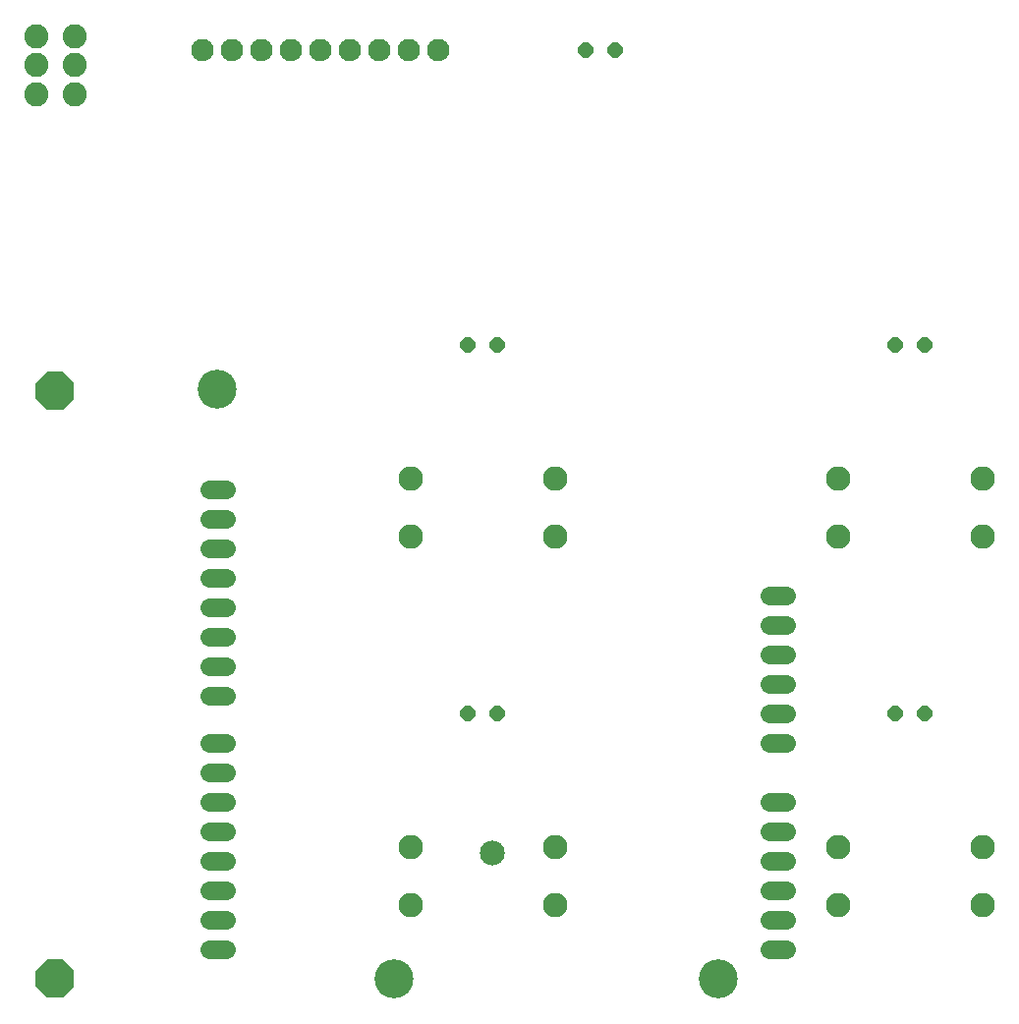
<source format=gbr>
G04 EAGLE Gerber RS-274X export*
G75*
%MOMM*%
%FSLAX34Y34*%
%LPD*%
%INSoldermask Bottom*%
%IPPOS*%
%AMOC8*
5,1,8,0,0,1.08239X$1,22.5*%
G01*
%ADD10P,3.574052X8X112.500000*%
%ADD11C,1.574800*%
%ADD12C,3.352400*%
%ADD13C,2.152400*%
%ADD14C,1.930400*%
%ADD15P,1.396628X8X22.500000*%
%ADD16C,2.112400*%
%ADD17C,2.082800*%


D10*
X114300Y88900D03*
X114300Y595630D03*
D11*
X246888Y510540D02*
X261112Y510540D01*
X261112Y485140D02*
X246888Y485140D01*
X246888Y459740D02*
X261112Y459740D01*
X261112Y434340D02*
X246888Y434340D01*
X246888Y408940D02*
X261112Y408940D01*
X261112Y383540D02*
X246888Y383540D01*
X246888Y358140D02*
X261112Y358140D01*
X261112Y332740D02*
X246888Y332740D01*
X246888Y292100D02*
X261112Y292100D01*
X261112Y266700D02*
X246888Y266700D01*
X246888Y241300D02*
X261112Y241300D01*
X261112Y215900D02*
X246888Y215900D01*
X246888Y190500D02*
X261112Y190500D01*
X261112Y165100D02*
X246888Y165100D01*
X246888Y139700D02*
X261112Y139700D01*
X261112Y114300D02*
X246888Y114300D01*
X729488Y419100D02*
X743712Y419100D01*
X743712Y393700D02*
X729488Y393700D01*
X729488Y368300D02*
X743712Y368300D01*
X743712Y342900D02*
X729488Y342900D01*
X729488Y317500D02*
X743712Y317500D01*
X743712Y292100D02*
X729488Y292100D01*
X729488Y241300D02*
X743712Y241300D01*
X743712Y215900D02*
X729488Y215900D01*
X729488Y190500D02*
X743712Y190500D01*
X743712Y165100D02*
X729488Y165100D01*
X729488Y139700D02*
X743712Y139700D01*
X743712Y114300D02*
X729488Y114300D01*
D12*
X254000Y596900D03*
X406400Y88900D03*
X685800Y88900D03*
D13*
X490862Y197604D03*
D14*
X444500Y889000D03*
X419100Y889000D03*
X393700Y889000D03*
X368300Y889000D03*
X342900Y889000D03*
X317500Y889000D03*
X292100Y889000D03*
X266700Y889000D03*
X241300Y889000D03*
D15*
X469900Y635000D03*
X495300Y635000D03*
X838200Y635000D03*
X863600Y635000D03*
X469900Y317500D03*
X495300Y317500D03*
X838200Y317500D03*
X863600Y317500D03*
X571500Y889000D03*
X596900Y889000D03*
D16*
X545100Y520300D03*
X545100Y470300D03*
X420100Y470300D03*
X420100Y520300D03*
X913400Y520300D03*
X913400Y470300D03*
X788400Y470300D03*
X788400Y520300D03*
X545100Y202800D03*
X545100Y152800D03*
X420100Y152800D03*
X420100Y202800D03*
X913400Y202800D03*
X913400Y152800D03*
X788400Y152800D03*
X788400Y202800D03*
D17*
X97800Y851300D03*
X97800Y876300D03*
X97800Y901300D03*
X130800Y851300D03*
X130800Y876300D03*
X130800Y901300D03*
M02*

</source>
